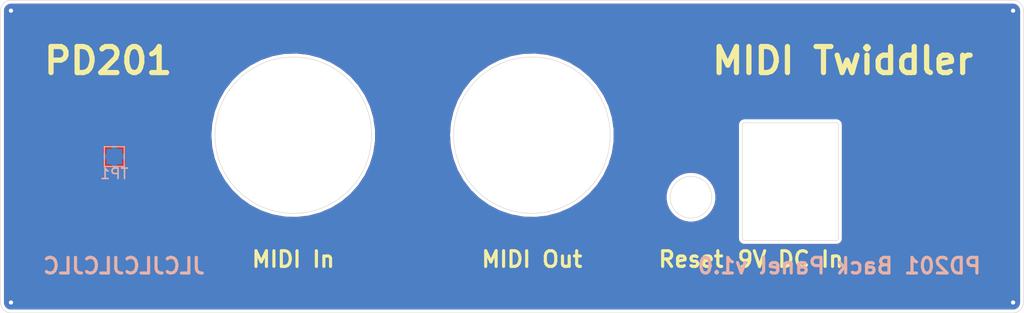
<source format=kicad_pcb>
(kicad_pcb (version 20171130) (host pcbnew "(5.1.9)-1")

  (general
    (thickness 1.6)
    (drawings 29)
    (tracks 4)
    (zones 0)
    (modules 1)
    (nets 2)
  )

  (page A4)
  (layers
    (0 F.Cu signal)
    (31 B.Cu signal)
    (36 B.SilkS user)
    (37 F.SilkS user)
    (38 B.Mask user)
    (39 F.Mask user)
    (40 Dwgs.User user)
    (41 Cmts.User user)
    (42 Eco1.User user)
    (43 Eco2.User user)
    (44 Edge.Cuts user)
    (45 Margin user)
    (46 B.CrtYd user)
    (47 F.CrtYd user)
    (48 B.Fab user)
    (49 F.Fab user)
  )

  (setup
    (last_trace_width 0.254)
    (user_trace_width 0.2)
    (user_trace_width 0.254)
    (user_trace_width 0.508)
    (user_trace_width 0.635)
    (trace_clearance 0.2)
    (zone_clearance 0.3048)
    (zone_45_only no)
    (trace_min 0.2)
    (via_size 0.6)
    (via_drill 0.4)
    (via_min_size 0.4)
    (via_min_drill 0.3)
    (user_via 0.6 0.4)
    (user_via 0.9 0.6)
    (uvia_size 0.3)
    (uvia_drill 0.1)
    (uvias_allowed no)
    (uvia_min_size 0.2)
    (uvia_min_drill 0.1)
    (edge_width 0.05)
    (segment_width 0.2)
    (pcb_text_width 0.3)
    (pcb_text_size 1.5 1.5)
    (mod_edge_width 0.15)
    (mod_text_size 1 1)
    (mod_text_width 0.15)
    (pad_size 1.5 2.5)
    (pad_drill 0.9)
    (pad_to_mask_clearance 0)
    (aux_axis_origin 152.4 109.55)
    (grid_origin 152.4 109.55)
    (visible_elements 7FFFFFFF)
    (pcbplotparams
      (layerselection 0x010f0_ffffffff)
      (usegerberextensions false)
      (usegerberattributes true)
      (usegerberadvancedattributes true)
      (creategerberjobfile true)
      (excludeedgelayer true)
      (linewidth 0.100000)
      (plotframeref false)
      (viasonmask false)
      (mode 1)
      (useauxorigin true)
      (hpglpennumber 1)
      (hpglpenspeed 20)
      (hpglpendiameter 15.000000)
      (psnegative false)
      (psa4output false)
      (plotreference true)
      (plotvalue true)
      (plotinvisibletext false)
      (padsonsilk true)
      (subtractmaskfromsilk false)
      (outputformat 1)
      (mirror false)
      (drillshape 0)
      (scaleselection 1)
      (outputdirectory "gerbers/"))
  )

  (net 0 "")
  (net 1 GND)

  (net_class Default "This is the default net class."
    (clearance 0.2)
    (trace_width 0.254)
    (via_dia 0.6)
    (via_drill 0.4)
    (uvia_dia 0.3)
    (uvia_drill 0.1)
    (add_net GND)
  )

  (net_class Power ""
    (clearance 0.2)
    (trace_width 0.635)
    (via_dia 0.9)
    (via_drill 0.6)
    (uvia_dia 0.3)
    (uvia_drill 0.1)
  )

  (module TestPoint:TestPoint_Pad_1.5x1.5mm (layer B.Cu) (tedit 5A0F774F) (tstamp 6034AF9F)
    (at 114.3 101.6)
    (descr "SMD rectangular pad as test Point, square 1.5mm side length")
    (tags "test point SMD pad rectangle square")
    (path /6034B6EE)
    (attr virtual)
    (fp_text reference TP1 (at 0 1.648) (layer B.SilkS)
      (effects (font (size 1 1) (thickness 0.15)) (justify mirror))
    )
    (fp_text value TestPoint (at 0 -1.75) (layer B.Fab)
      (effects (font (size 1 1) (thickness 0.15)) (justify mirror))
    )
    (fp_line (start 1.25 -1.25) (end -1.25 -1.25) (layer B.CrtYd) (width 0.05))
    (fp_line (start 1.25 -1.25) (end 1.25 1.25) (layer B.CrtYd) (width 0.05))
    (fp_line (start -1.25 1.25) (end -1.25 -1.25) (layer B.CrtYd) (width 0.05))
    (fp_line (start -1.25 1.25) (end 1.25 1.25) (layer B.CrtYd) (width 0.05))
    (fp_line (start -0.95 -0.95) (end -0.95 0.95) (layer B.SilkS) (width 0.12))
    (fp_line (start 0.95 -0.95) (end -0.95 -0.95) (layer B.SilkS) (width 0.12))
    (fp_line (start 0.95 0.95) (end 0.95 -0.95) (layer B.SilkS) (width 0.12))
    (fp_line (start -0.95 0.95) (end 0.95 0.95) (layer B.SilkS) (width 0.12))
    (fp_text user %R (at 0 1.65) (layer B.Fab)
      (effects (font (size 1 1) (thickness 0.15)) (justify mirror))
    )
    (pad 1 smd rect (at 0 0) (size 1.5 1.5) (layers B.Cu B.Mask)
      (net 1 GND))
  )

  (gr_poly (pts (xy 201.4 111.15) (xy 103.4 111.15) (xy 103.4 109.55) (xy 201.4 109.55)) (layer Cmts.User) (width 0.1))
  (gr_arc (start 183.47 109.45) (end 183.47 109.65) (angle -90) (layer Edge.Cuts) (width 0.05))
  (gr_arc (start 174.67 109.45) (end 174.47 109.45) (angle -90) (layer Edge.Cuts) (width 0.05))
  (gr_arc (start 183.47 98.55) (end 183.67 98.55) (angle -90) (layer Edge.Cuts) (width 0.05))
  (gr_arc (start 174.67 98.55) (end 174.67 98.35) (angle -90) (layer Edge.Cuts) (width 0.05))
  (gr_line (start 183.47 109.65) (end 174.67 109.65) (layer Edge.Cuts) (width 0.05))
  (gr_line (start 183.47 98.35) (end 174.67 98.35) (layer Edge.Cuts) (width 0.05))
  (gr_line (start 183.67 109.45) (end 183.67 98.55) (layer Edge.Cuts) (width 0.05))
  (gr_line (start 174.47 109.45) (end 174.47 98.55) (layer Edge.Cuts) (width 0.05))
  (gr_circle (center 169.545 105.5) (end 171.545 105.5) (layer Edge.Cuts) (width 0.05) (tstamp 6035E258))
  (gr_circle (center 154.305 99.55) (end 161.805 99.55) (layer Edge.Cuts) (width 0.05) (tstamp 6035E1AF))
  (gr_poly (pts (xy 154.305 99.39) (xy 155.448 98.247) (xy 155.575 98.247) (xy 155.575 98.374) (xy 154.432 99.517) (xy 155.575 100.66) (xy 155.575 100.787) (xy 155.448 100.787) (xy 154.305 99.644) (xy 153.162 100.787) (xy 153.035 100.787) (xy 153.035 100.66) (xy 154.178 99.517) (xy 153.035 98.374) (xy 153.035 98.247) (xy 153.162 98.247)) (layer F.Mask) (width 0.1) (tstamp 6035E52B))
  (gr_text JLCJLCJLCJLC (at 107.315 112.09) (layer B.SilkS) (tstamp 6034DFC5)
    (effects (font (size 1.5 1.5) (thickness 0.3)) (justify right mirror))
  )
  (gr_text "PD201 Back Panel v1.0" (at 197.485 112.09) (layer B.SilkS) (tstamp 6034DFA0)
    (effects (font (size 1.5 1.5) (thickness 0.3)) (justify left mirror))
  )
  (gr_text "9V DC In" (at 179.07 111.455) (layer F.SilkS) (tstamp 6034DE14)
    (effects (font (size 1.5 1.5) (thickness 0.3)))
  )
  (gr_text "MIDI Out" (at 154.305 111.455) (layer F.SilkS) (tstamp 6034DDF4)
    (effects (font (size 1.5 1.5) (thickness 0.3)))
  )
  (gr_text Reset (at 169.545 111.455) (layer F.SilkS)
    (effects (font (size 1.5 1.5) (thickness 0.3)))
  )
  (gr_text "MIDI In" (at 131.445 111.455) (layer F.SilkS)
    (effects (font (size 1.5 1.5) (thickness 0.3)))
  )
  (gr_text "MIDI Twiddler" (at 196.85 92.405) (layer F.SilkS) (tstamp 6034DC95)
    (effects (font (size 2.5 2.5) (thickness 0.5)) (justify right))
  )
  (gr_text PD201 (at 107.315 92.405) (layer F.SilkS)
    (effects (font (size 2.5 2.5) (thickness 0.5)) (justify left))
  )
  (gr_circle (center 131.445 99.55) (end 138.945 99.55) (layer Edge.Cuts) (width 0.05))
  (gr_arc (start 104.4 87.6) (end 104.4 86.6) (angle -90) (layer Edge.Cuts) (width 0.05))
  (gr_arc (start 200.4 87.6) (end 201.4 87.6) (angle -90) (layer Edge.Cuts) (width 0.05))
  (gr_arc (start 200.4 115.6) (end 200.4 116.6) (angle -90) (layer Edge.Cuts) (width 0.05))
  (gr_arc (start 104.4 115.6) (end 103.4 115.6) (angle -90) (layer Edge.Cuts) (width 0.05))
  (gr_line (start 201.4 87.6) (end 201.4 115.6) (layer Edge.Cuts) (width 0.05))
  (gr_line (start 104.4 86.6) (end 200.4 86.6) (layer Edge.Cuts) (width 0.05))
  (gr_line (start 103.4 115.6) (end 103.4 87.6) (layer Edge.Cuts) (width 0.05))
  (gr_line (start 200.4 116.6) (end 104.4 116.6) (layer Edge.Cuts) (width 0.05))

  (via (at 104.4 87.6) (size 0.6) (drill 0.4) (layers F.Cu B.Cu) (net 1))
  (via (at 104.4 115.6) (size 0.6) (drill 0.4) (layers F.Cu B.Cu) (net 1))
  (via (at 200.4 115.6) (size 0.6) (drill 0.4) (layers F.Cu B.Cu) (net 1))
  (via (at 200.4 87.6) (size 0.6) (drill 0.4) (layers F.Cu B.Cu) (net 1))

  (zone (net 1) (net_name GND) (layer B.Cu) (tstamp 6035E8C9) (hatch edge 0.508)
    (connect_pads (clearance 0.3048))
    (min_thickness 0.254)
    (fill yes (arc_segments 32) (thermal_gap 0.3048) (thermal_bridge_width 0.508))
    (polygon
      (pts
        (xy 201.4 116.6) (xy 103.4 116.6) (xy 103.4 86.6) (xy 201.4 86.6)
      )
    )
    (filled_polygon
      (pts
        (xy 200.505082 87.069294) (xy 200.606163 87.099812) (xy 200.69939 87.149382) (xy 200.781214 87.216116) (xy 200.848518 87.297472)
        (xy 200.898737 87.39035) (xy 200.92996 87.491216) (xy 200.9432 87.617184) (xy 200.943201 115.577647) (xy 200.930706 115.705081)
        (xy 200.900188 115.806161) (xy 200.850618 115.899391) (xy 200.783884 115.981214) (xy 200.702529 116.048517) (xy 200.609649 116.098737)
        (xy 200.508784 116.12996) (xy 200.382816 116.1432) (xy 104.422343 116.1432) (xy 104.294919 116.130706) (xy 104.193839 116.100188)
        (xy 104.100609 116.050618) (xy 104.018786 115.983884) (xy 103.951483 115.902529) (xy 103.901263 115.809649) (xy 103.87004 115.708784)
        (xy 103.8568 115.582816) (xy 103.8568 109.472437) (xy 174.0132 109.472437) (xy 174.015093 109.491656) (xy 174.015085 109.492795)
        (xy 174.015707 109.499143) (xy 174.017671 109.517826) (xy 174.01981 109.539547) (xy 174.020745 109.542628) (xy 174.028115 109.578531)
        (xy 174.03587 109.619187) (xy 174.037713 109.625293) (xy 174.049255 109.66258) (xy 174.065298 109.700744) (xy 174.080808 109.739133)
        (xy 174.083802 109.744764) (xy 174.102367 109.779101) (xy 174.125513 109.813417) (xy 174.148195 109.848077) (xy 174.152226 109.85302)
        (xy 174.177107 109.883095) (xy 174.206496 109.912278) (xy 174.235451 109.941845) (xy 174.240365 109.945911) (xy 174.270614 109.970581)
        (xy 174.305093 109.993488) (xy 174.339256 110.01688) (xy 174.344866 110.019914) (xy 174.37933 110.038239) (xy 174.41762 110.054021)
        (xy 174.455661 110.070325) (xy 174.461754 110.072212) (xy 174.499121 110.083494) (xy 174.539713 110.091531) (xy 174.580234 110.100144)
        (xy 174.580336 110.100155) (xy 174.580452 110.10019) (xy 174.583917 110.100531) (xy 174.586577 110.100811) (xy 174.625424 110.10462)
        (xy 174.625429 110.10462) (xy 174.647562 110.1068) (xy 183.492438 110.1068) (xy 183.511657 110.104907) (xy 183.512795 110.104915)
        (xy 183.519143 110.104293) (xy 183.537811 110.102331) (xy 183.559548 110.10019) (xy 183.562631 110.099255) (xy 183.598531 110.091885)
        (xy 183.639187 110.08413) (xy 183.645293 110.082287) (xy 183.68258 110.070745) (xy 183.720744 110.054702) (xy 183.759133 110.039192)
        (xy 183.764764 110.036198) (xy 183.799101 110.017633) (xy 183.833417 109.994487) (xy 183.868077 109.971805) (xy 183.87302 109.967774)
        (xy 183.903095 109.942893) (xy 183.932278 109.913504) (xy 183.961845 109.884549) (xy 183.965911 109.879635) (xy 183.990581 109.849386)
        (xy 184.013488 109.814907) (xy 184.03688 109.780744) (xy 184.039914 109.775134) (xy 184.058239 109.74067) (xy 184.074025 109.702371)
        (xy 184.090325 109.664339) (xy 184.092212 109.658246) (xy 184.103494 109.620879) (xy 184.111531 109.580287) (xy 184.120144 109.539766)
        (xy 184.120155 109.539664) (xy 184.12019 109.539548) (xy 184.120531 109.536083) (xy 184.120811 109.533423) (xy 184.12462 109.494576)
        (xy 184.12462 109.494571) (xy 184.1268 109.472438) (xy 184.1268 98.527562) (xy 184.124907 98.508343) (xy 184.124915 98.507205)
        (xy 184.124293 98.500857) (xy 184.122331 98.482189) (xy 184.12019 98.460452) (xy 184.119255 98.457369) (xy 184.11189 98.421494)
        (xy 184.10413 98.380814) (xy 184.102287 98.374708) (xy 184.090745 98.33742) (xy 184.074699 98.299248) (xy 184.059193 98.260868)
        (xy 184.056199 98.255236) (xy 184.037633 98.2209) (xy 184.014499 98.186601) (xy 183.991805 98.151923) (xy 183.987774 98.14698)
        (xy 183.962893 98.116905) (xy 183.933503 98.087721) (xy 183.904548 98.058154) (xy 183.899634 98.054088) (xy 183.869386 98.029419)
        (xy 183.834907 98.006512) (xy 183.800744 97.98312) (xy 183.795134 97.980086) (xy 183.76067 97.961761) (xy 183.722371 97.945975)
        (xy 183.684339 97.929675) (xy 183.678246 97.927788) (xy 183.640879 97.916506) (xy 183.60028 97.908467) (xy 183.559766 97.899856)
        (xy 183.559664 97.899845) (xy 183.559548 97.89981) (xy 183.556083 97.899469) (xy 183.553423 97.899189) (xy 183.514576 97.89538)
        (xy 183.514571 97.89538) (xy 183.492438 97.8932) (xy 174.647562 97.8932) (xy 174.628343 97.895093) (xy 174.627205 97.895085)
        (xy 174.620857 97.895707) (xy 174.602189 97.897669) (xy 174.580452 97.89981) (xy 174.577369 97.900745) (xy 174.541494 97.90811)
        (xy 174.500814 97.91587) (xy 174.494708 97.917713) (xy 174.45742 97.929255) (xy 174.419248 97.945301) (xy 174.380868 97.960807)
        (xy 174.375236 97.963801) (xy 174.3409 97.982367) (xy 174.306601 98.005501) (xy 174.271923 98.028195) (xy 174.26698 98.032226)
        (xy 174.236905 98.057107) (xy 174.207721 98.086497) (xy 174.178154 98.115452) (xy 174.174088 98.120366) (xy 174.149419 98.150614)
        (xy 174.126512 98.185093) (xy 174.10312 98.219256) (xy 174.100086 98.224866) (xy 174.081761 98.25933) (xy 174.065975 98.297629)
        (xy 174.049675 98.335661) (xy 174.047788 98.341754) (xy 174.036506 98.379121) (xy 174.028467 98.41972) (xy 174.019856 98.460234)
        (xy 174.019845 98.460341) (xy 174.019811 98.460452) (xy 174.019485 98.463767) (xy 174.019189 98.466577) (xy 174.01538 98.505424)
        (xy 174.01538 98.505439) (xy 174.013201 98.527562) (xy 174.0132 109.472437) (xy 103.8568 109.472437) (xy 103.8568 102.35)
        (xy 113.116111 102.35) (xy 113.124448 102.434648) (xy 113.149139 102.516042) (xy 113.189234 102.591056) (xy 113.243194 102.656806)
        (xy 113.308944 102.710766) (xy 113.383958 102.750861) (xy 113.465352 102.775552) (xy 113.55 102.783889) (xy 114.06505 102.7818)
        (xy 114.173 102.67385) (xy 114.173 101.727) (xy 114.427 101.727) (xy 114.427 102.67385) (xy 114.53495 102.7818)
        (xy 115.05 102.783889) (xy 115.134648 102.775552) (xy 115.216042 102.750861) (xy 115.291056 102.710766) (xy 115.356806 102.656806)
        (xy 115.410766 102.591056) (xy 115.450861 102.516042) (xy 115.475552 102.434648) (xy 115.483889 102.35) (xy 115.4818 101.83495)
        (xy 115.37385 101.727) (xy 114.427 101.727) (xy 114.173 101.727) (xy 113.22615 101.727) (xy 113.1182 101.83495)
        (xy 113.116111 102.35) (xy 103.8568 102.35) (xy 103.8568 100.85) (xy 113.116111 100.85) (xy 113.1182 101.36505)
        (xy 113.22615 101.473) (xy 114.173 101.473) (xy 114.173 100.52615) (xy 114.427 100.52615) (xy 114.427 101.473)
        (xy 115.37385 101.473) (xy 115.4818 101.36505) (xy 115.483889 100.85) (xy 115.475552 100.765352) (xy 115.450861 100.683958)
        (xy 115.410766 100.608944) (xy 115.356806 100.543194) (xy 115.291056 100.489234) (xy 115.216042 100.449139) (xy 115.134648 100.424448)
        (xy 115.05 100.416111) (xy 114.53495 100.4182) (xy 114.427 100.52615) (xy 114.173 100.52615) (xy 114.06505 100.4182)
        (xy 113.55 100.416111) (xy 113.465352 100.424448) (xy 113.383958 100.449139) (xy 113.308944 100.489234) (xy 113.243194 100.543194)
        (xy 113.189234 100.608944) (xy 113.149139 100.683958) (xy 113.124448 100.765352) (xy 113.116111 100.85) (xy 103.8568 100.85)
        (xy 103.8568 99.55) (xy 123.4682 99.55) (xy 123.553206 100.711431) (xy 123.806412 101.848109) (xy 124.22242 102.935806)
        (xy 124.792366 103.951341) (xy 125.504101 104.873069) (xy 126.342456 105.681345) (xy 127.289563 106.358941) (xy 128.325236 106.891417)
        (xy 129.427401 107.267424) (xy 130.572568 107.478947) (xy 131.736329 107.521478) (xy 132.893881 107.394111) (xy 134.020552 107.099561)
        (xy 135.092331 106.644104) (xy 136.086372 106.03745) (xy 136.981491 105.292526) (xy 137.758609 104.42521) (xy 138.401164 103.453988)
        (xy 138.89546 102.399559) (xy 139.230962 101.284397) (xy 139.40052 100.132269) (xy 139.40052 99.55) (xy 146.3282 99.55)
        (xy 146.413206 100.711431) (xy 146.666412 101.848109) (xy 147.08242 102.935806) (xy 147.652366 103.951341) (xy 148.364101 104.873069)
        (xy 149.202456 105.681345) (xy 150.149563 106.358941) (xy 151.185236 106.891417) (xy 152.287401 107.267424) (xy 153.432568 107.478947)
        (xy 154.596329 107.521478) (xy 155.753881 107.394111) (xy 156.880552 107.099561) (xy 157.952331 106.644104) (xy 158.946372 106.03745)
        (xy 159.841491 105.292526) (xy 159.873115 105.257231) (xy 167.080126 105.257231) (xy 167.080126 105.742769) (xy 167.17485 106.218977)
        (xy 167.360657 106.667555) (xy 167.630408 107.071265) (xy 167.973735 107.414592) (xy 168.377445 107.684343) (xy 168.826023 107.87015)
        (xy 169.302231 107.964874) (xy 169.787769 107.964874) (xy 170.263977 107.87015) (xy 170.712555 107.684343) (xy 171.116265 107.414592)
        (xy 171.459592 107.071265) (xy 171.729343 106.667555) (xy 171.91515 106.218977) (xy 172.009874 105.742769) (xy 172.009874 105.257231)
        (xy 171.91515 104.781023) (xy 171.729343 104.332445) (xy 171.459592 103.928735) (xy 171.116265 103.585408) (xy 170.712555 103.315657)
        (xy 170.263977 103.12985) (xy 169.787769 103.035126) (xy 169.302231 103.035126) (xy 168.826023 103.12985) (xy 168.377445 103.315657)
        (xy 167.973735 103.585408) (xy 167.630408 103.928735) (xy 167.360657 104.332445) (xy 167.17485 104.781023) (xy 167.080126 105.257231)
        (xy 159.873115 105.257231) (xy 160.618609 104.42521) (xy 161.261164 103.453988) (xy 161.75546 102.399559) (xy 162.090962 101.284397)
        (xy 162.26052 100.132269) (xy 162.26052 98.967731) (xy 162.090962 97.815603) (xy 161.75546 96.700441) (xy 161.261164 95.646012)
        (xy 160.618609 94.67479) (xy 159.841491 93.807474) (xy 158.946372 93.06255) (xy 157.952331 92.455896) (xy 156.880552 92.000439)
        (xy 155.753881 91.705889) (xy 154.596329 91.578522) (xy 153.432568 91.621053) (xy 152.287401 91.832576) (xy 151.185236 92.208583)
        (xy 150.149563 92.741059) (xy 149.202456 93.418655) (xy 148.364101 94.226931) (xy 147.652366 95.148659) (xy 147.08242 96.164194)
        (xy 146.666412 97.251891) (xy 146.413206 98.388569) (xy 146.3282 99.55) (xy 139.40052 99.55) (xy 139.40052 98.967731)
        (xy 139.230962 97.815603) (xy 138.89546 96.700441) (xy 138.401164 95.646012) (xy 137.758609 94.67479) (xy 136.981491 93.807474)
        (xy 136.086372 93.06255) (xy 135.092331 92.455896) (xy 134.020552 92.000439) (xy 132.893881 91.705889) (xy 131.736329 91.578522)
        (xy 130.572568 91.621053) (xy 129.427401 91.832576) (xy 128.325236 92.208583) (xy 127.289563 92.741059) (xy 126.342456 93.418655)
        (xy 125.504101 94.226931) (xy 124.792366 95.148659) (xy 124.22242 96.164194) (xy 123.806412 97.251891) (xy 123.553206 98.388569)
        (xy 123.4682 99.55) (xy 103.8568 99.55) (xy 103.8568 87.622343) (xy 103.869294 87.494918) (xy 103.899812 87.393837)
        (xy 103.949382 87.30061) (xy 104.016116 87.218786) (xy 104.097472 87.151482) (xy 104.19035 87.101263) (xy 104.291216 87.07004)
        (xy 104.417184 87.0568) (xy 200.377657 87.0568)
      )
    )
  )
  (zone (net 1) (net_name GND) (layer F.Cu) (tstamp 6035E8C6) (hatch edge 0.508)
    (connect_pads (clearance 0.3048))
    (min_thickness 0.254)
    (fill yes (arc_segments 32) (thermal_gap 0.3048) (thermal_bridge_width 0.508))
    (polygon
      (pts
        (xy 201.4 116.6) (xy 103.4 116.6) (xy 103.4 86.6) (xy 201.4 86.6)
      )
    )
    (filled_polygon
      (pts
        (xy 200.505082 87.069294) (xy 200.606163 87.099812) (xy 200.69939 87.149382) (xy 200.781214 87.216116) (xy 200.848518 87.297472)
        (xy 200.898737 87.39035) (xy 200.92996 87.491216) (xy 200.9432 87.617184) (xy 200.943201 115.577647) (xy 200.930706 115.705081)
        (xy 200.900188 115.806161) (xy 200.850618 115.899391) (xy 200.783884 115.981214) (xy 200.702529 116.048517) (xy 200.609649 116.098737)
        (xy 200.508784 116.12996) (xy 200.382816 116.1432) (xy 104.422343 116.1432) (xy 104.294919 116.130706) (xy 104.193839 116.100188)
        (xy 104.100609 116.050618) (xy 104.018786 115.983884) (xy 103.951483 115.902529) (xy 103.901263 115.809649) (xy 103.87004 115.708784)
        (xy 103.8568 115.582816) (xy 103.8568 109.472437) (xy 174.0132 109.472437) (xy 174.015093 109.491656) (xy 174.015085 109.492795)
        (xy 174.015707 109.499143) (xy 174.017671 109.517826) (xy 174.01981 109.539547) (xy 174.020745 109.542628) (xy 174.028115 109.578531)
        (xy 174.03587 109.619187) (xy 174.037713 109.625293) (xy 174.049255 109.66258) (xy 174.065298 109.700744) (xy 174.080808 109.739133)
        (xy 174.083802 109.744764) (xy 174.102367 109.779101) (xy 174.125513 109.813417) (xy 174.148195 109.848077) (xy 174.152226 109.85302)
        (xy 174.177107 109.883095) (xy 174.206496 109.912278) (xy 174.235451 109.941845) (xy 174.240365 109.945911) (xy 174.270614 109.970581)
        (xy 174.305093 109.993488) (xy 174.339256 110.01688) (xy 174.344866 110.019914) (xy 174.37933 110.038239) (xy 174.41762 110.054021)
        (xy 174.455661 110.070325) (xy 174.461754 110.072212) (xy 174.499121 110.083494) (xy 174.539713 110.091531) (xy 174.580234 110.100144)
        (xy 174.580336 110.100155) (xy 174.580452 110.10019) (xy 174.583917 110.100531) (xy 174.586577 110.100811) (xy 174.625424 110.10462)
        (xy 174.625429 110.10462) (xy 174.647562 110.1068) (xy 183.492438 110.1068) (xy 183.511657 110.104907) (xy 183.512795 110.104915)
        (xy 183.519143 110.104293) (xy 183.537811 110.102331) (xy 183.559548 110.10019) (xy 183.562631 110.099255) (xy 183.598531 110.091885)
        (xy 183.639187 110.08413) (xy 183.645293 110.082287) (xy 183.68258 110.070745) (xy 183.720744 110.054702) (xy 183.759133 110.039192)
        (xy 183.764764 110.036198) (xy 183.799101 110.017633) (xy 183.833417 109.994487) (xy 183.868077 109.971805) (xy 183.87302 109.967774)
        (xy 183.903095 109.942893) (xy 183.932278 109.913504) (xy 183.961845 109.884549) (xy 183.965911 109.879635) (xy 183.990581 109.849386)
        (xy 184.013488 109.814907) (xy 184.03688 109.780744) (xy 184.039914 109.775134) (xy 184.058239 109.74067) (xy 184.074025 109.702371)
        (xy 184.090325 109.664339) (xy 184.092212 109.658246) (xy 184.103494 109.620879) (xy 184.111531 109.580287) (xy 184.120144 109.539766)
        (xy 184.120155 109.539664) (xy 184.12019 109.539548) (xy 184.120531 109.536083) (xy 184.120811 109.533423) (xy 184.12462 109.494576)
        (xy 184.12462 109.494571) (xy 184.1268 109.472438) (xy 184.1268 98.527562) (xy 184.124907 98.508343) (xy 184.124915 98.507205)
        (xy 184.124293 98.500857) (xy 184.122331 98.482189) (xy 184.12019 98.460452) (xy 184.119255 98.457369) (xy 184.11189 98.421494)
        (xy 184.10413 98.380814) (xy 184.102287 98.374708) (xy 184.090745 98.33742) (xy 184.074699 98.299248) (xy 184.059193 98.260868)
        (xy 184.056199 98.255236) (xy 184.037633 98.2209) (xy 184.014499 98.186601) (xy 183.991805 98.151923) (xy 183.987774 98.14698)
        (xy 183.962893 98.116905) (xy 183.933503 98.087721) (xy 183.904548 98.058154) (xy 183.899634 98.054088) (xy 183.869386 98.029419)
        (xy 183.834907 98.006512) (xy 183.800744 97.98312) (xy 183.795134 97.980086) (xy 183.76067 97.961761) (xy 183.722371 97.945975)
        (xy 183.684339 97.929675) (xy 183.678246 97.927788) (xy 183.640879 97.916506) (xy 183.60028 97.908467) (xy 183.559766 97.899856)
        (xy 183.559664 97.899845) (xy 183.559548 97.89981) (xy 183.556083 97.899469) (xy 183.553423 97.899189) (xy 183.514576 97.89538)
        (xy 183.514571 97.89538) (xy 183.492438 97.8932) (xy 174.647562 97.8932) (xy 174.628343 97.895093) (xy 174.627205 97.895085)
        (xy 174.620857 97.895707) (xy 174.602189 97.897669) (xy 174.580452 97.89981) (xy 174.577369 97.900745) (xy 174.541494 97.90811)
        (xy 174.500814 97.91587) (xy 174.494708 97.917713) (xy 174.45742 97.929255) (xy 174.419248 97.945301) (xy 174.380868 97.960807)
        (xy 174.375236 97.963801) (xy 174.3409 97.982367) (xy 174.306601 98.005501) (xy 174.271923 98.028195) (xy 174.26698 98.032226)
        (xy 174.236905 98.057107) (xy 174.207721 98.086497) (xy 174.178154 98.115452) (xy 174.174088 98.120366) (xy 174.149419 98.150614)
        (xy 174.126512 98.185093) (xy 174.10312 98.219256) (xy 174.100086 98.224866) (xy 174.081761 98.25933) (xy 174.065975 98.297629)
        (xy 174.049675 98.335661) (xy 174.047788 98.341754) (xy 174.036506 98.379121) (xy 174.028467 98.41972) (xy 174.019856 98.460234)
        (xy 174.019845 98.460341) (xy 174.019811 98.460452) (xy 174.019485 98.463767) (xy 174.019189 98.466577) (xy 174.01538 98.505424)
        (xy 174.01538 98.505439) (xy 174.013201 98.527562) (xy 174.0132 109.472437) (xy 103.8568 109.472437) (xy 103.8568 99.55)
        (xy 123.4682 99.55) (xy 123.553206 100.711431) (xy 123.806412 101.848109) (xy 124.22242 102.935806) (xy 124.792366 103.951341)
        (xy 125.504101 104.873069) (xy 126.342456 105.681345) (xy 127.289563 106.358941) (xy 128.325236 106.891417) (xy 129.427401 107.267424)
        (xy 130.572568 107.478947) (xy 131.736329 107.521478) (xy 132.893881 107.394111) (xy 134.020552 107.099561) (xy 135.092331 106.644104)
        (xy 136.086372 106.03745) (xy 136.981491 105.292526) (xy 137.758609 104.42521) (xy 138.401164 103.453988) (xy 138.89546 102.399559)
        (xy 139.230962 101.284397) (xy 139.40052 100.132269) (xy 139.40052 99.55) (xy 146.3282 99.55) (xy 146.413206 100.711431)
        (xy 146.666412 101.848109) (xy 147.08242 102.935806) (xy 147.652366 103.951341) (xy 148.364101 104.873069) (xy 149.202456 105.681345)
        (xy 150.149563 106.358941) (xy 151.185236 106.891417) (xy 152.287401 107.267424) (xy 153.432568 107.478947) (xy 154.596329 107.521478)
        (xy 155.753881 107.394111) (xy 156.880552 107.099561) (xy 157.952331 106.644104) (xy 158.946372 106.03745) (xy 159.841491 105.292526)
        (xy 159.873115 105.257231) (xy 167.080126 105.257231) (xy 167.080126 105.742769) (xy 167.17485 106.218977) (xy 167.360657 106.667555)
        (xy 167.630408 107.071265) (xy 167.973735 107.414592) (xy 168.377445 107.684343) (xy 168.826023 107.87015) (xy 169.302231 107.964874)
        (xy 169.787769 107.964874) (xy 170.263977 107.87015) (xy 170.712555 107.684343) (xy 171.116265 107.414592) (xy 171.459592 107.071265)
        (xy 171.729343 106.667555) (xy 171.91515 106.218977) (xy 172.009874 105.742769) (xy 172.009874 105.257231) (xy 171.91515 104.781023)
        (xy 171.729343 104.332445) (xy 171.459592 103.928735) (xy 171.116265 103.585408) (xy 170.712555 103.315657) (xy 170.263977 103.12985)
        (xy 169.787769 103.035126) (xy 169.302231 103.035126) (xy 168.826023 103.12985) (xy 168.377445 103.315657) (xy 167.973735 103.585408)
        (xy 167.630408 103.928735) (xy 167.360657 104.332445) (xy 167.17485 104.781023) (xy 167.080126 105.257231) (xy 159.873115 105.257231)
        (xy 160.618609 104.42521) (xy 161.261164 103.453988) (xy 161.75546 102.399559) (xy 162.090962 101.284397) (xy 162.26052 100.132269)
        (xy 162.26052 98.967731) (xy 162.090962 97.815603) (xy 161.75546 96.700441) (xy 161.261164 95.646012) (xy 160.618609 94.67479)
        (xy 159.841491 93.807474) (xy 158.946372 93.06255) (xy 157.952331 92.455896) (xy 156.880552 92.000439) (xy 155.753881 91.705889)
        (xy 154.596329 91.578522) (xy 153.432568 91.621053) (xy 152.287401 91.832576) (xy 151.185236 92.208583) (xy 150.149563 92.741059)
        (xy 149.202456 93.418655) (xy 148.364101 94.226931) (xy 147.652366 95.148659) (xy 147.08242 96.164194) (xy 146.666412 97.251891)
        (xy 146.413206 98.388569) (xy 146.3282 99.55) (xy 139.40052 99.55) (xy 139.40052 98.967731) (xy 139.230962 97.815603)
        (xy 138.89546 96.700441) (xy 138.401164 95.646012) (xy 137.758609 94.67479) (xy 136.981491 93.807474) (xy 136.086372 93.06255)
        (xy 135.092331 92.455896) (xy 134.020552 92.000439) (xy 132.893881 91.705889) (xy 131.736329 91.578522) (xy 130.572568 91.621053)
        (xy 129.427401 91.832576) (xy 128.325236 92.208583) (xy 127.289563 92.741059) (xy 126.342456 93.418655) (xy 125.504101 94.226931)
        (xy 124.792366 95.148659) (xy 124.22242 96.164194) (xy 123.806412 97.251891) (xy 123.553206 98.388569) (xy 123.4682 99.55)
        (xy 103.8568 99.55) (xy 103.8568 87.622343) (xy 103.869294 87.494918) (xy 103.899812 87.393837) (xy 103.949382 87.30061)
        (xy 104.016116 87.218786) (xy 104.097472 87.151482) (xy 104.19035 87.101263) (xy 104.291216 87.07004) (xy 104.417184 87.0568)
        (xy 200.377657 87.0568)
      )
    )
  )
)

</source>
